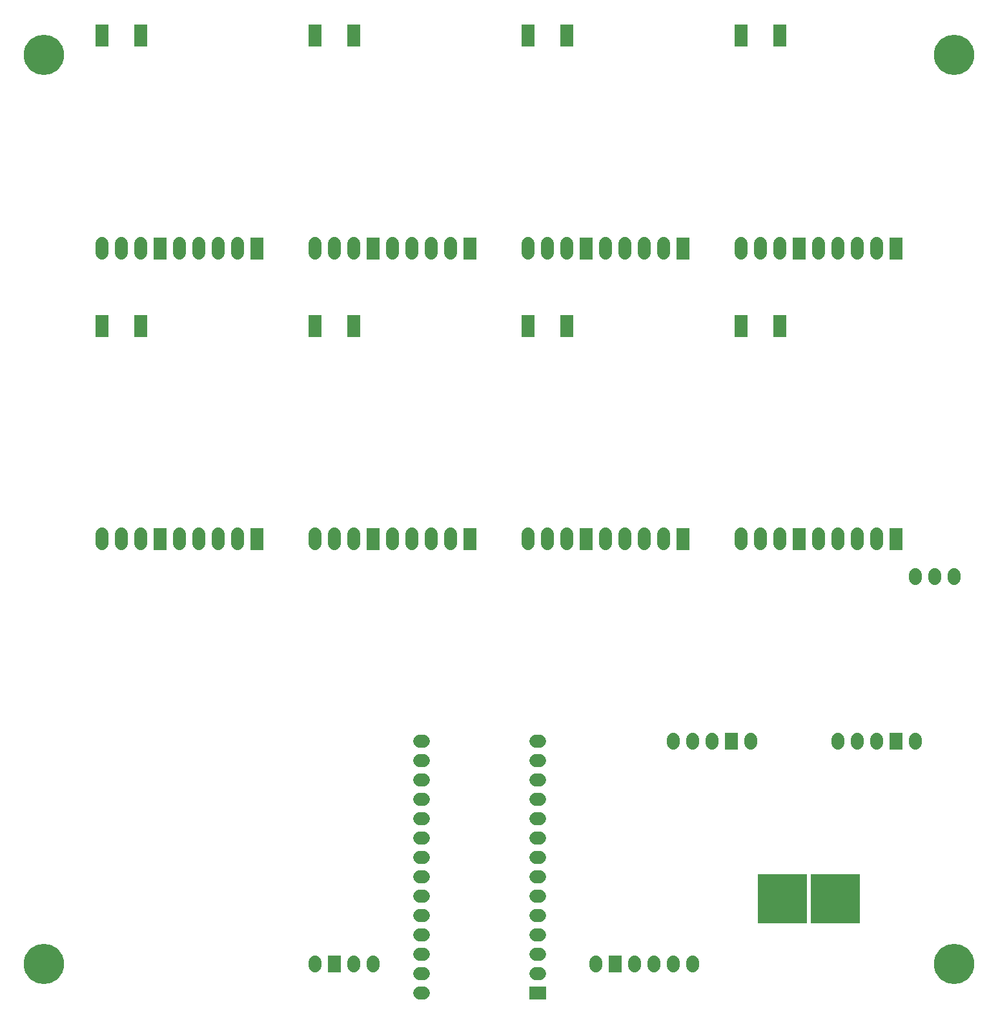
<source format=gts>
G04 ---------------------------- Layer name :TOP SOLDER LAYER*
G04 easyEDA 0.1*
G04 Scale: 100 percent, Rotated: No, Reflected: No *
G04 Dimensions in inches *
G04 leading zeros omitted , absolute positions ,2 integer and 4 * 
%FSLAX24Y24*%
%MOIN*%
G90*
G70D02*

%ADD11C,0.068000*%
%ADD15R,0.088000X0.068000*%
%ADD16R,0.068000X0.088000*%
%ADD17R,0.068000X0.118000*%
%ADD18R,0.258000X0.258000*%
%ADD19C,0.208000*%

%LPD*%
G54D11*
G01X47000Y72900D02*
G01X47000Y73100D01*
G01X48000Y72900D02*
G01X48000Y73100D01*
G01X49000Y72900D02*
G01X49000Y73100D01*
G01X27600Y52500D02*
G01X27400Y52500D01*
G01X27600Y53500D02*
G01X27400Y53500D01*
G01X27600Y54500D02*
G01X27400Y54500D01*
G01X27600Y55500D02*
G01X27400Y55500D01*
G01X27600Y56500D02*
G01X27400Y56500D01*
G01X27600Y57500D02*
G01X27400Y57500D01*
G01X27600Y58500D02*
G01X27400Y58500D01*
G01X27600Y59500D02*
G01X27400Y59500D01*
G01X27600Y60500D02*
G01X27400Y60500D01*
G01X27600Y61500D02*
G01X27400Y61500D01*
G01X27600Y62500D02*
G01X27400Y62500D01*
G01X27600Y63500D02*
G01X27400Y63500D01*
G01X27600Y64500D02*
G01X27400Y64500D01*
G01X21600Y64500D02*
G01X21400Y64500D01*
G01X21600Y63500D02*
G01X21400Y63500D01*
G01X21600Y62500D02*
G01X21400Y62500D01*
G01X21600Y61500D02*
G01X21400Y61500D01*
G01X21600Y60500D02*
G01X21400Y60500D01*
G01X21600Y59500D02*
G01X21400Y59500D01*
G01X21600Y58500D02*
G01X21400Y58500D01*
G01X21600Y57500D02*
G01X21400Y57500D01*
G01X21600Y56500D02*
G01X21400Y56500D01*
G01X21600Y55500D02*
G01X21400Y55500D01*
G01X21600Y54500D02*
G01X21400Y54500D01*
G01X21600Y53500D02*
G01X21400Y53500D01*
G01X21600Y52500D02*
G01X21400Y52500D01*
G01X21600Y51500D02*
G01X21400Y51500D01*
G01X32500Y53100D02*
G01X32500Y52900D01*
G01X30500Y53100D02*
G01X30500Y52900D01*
G01X33500Y53100D02*
G01X33500Y52900D01*
G01X34500Y53100D02*
G01X34500Y52900D01*
G01X35500Y53100D02*
G01X35500Y52900D01*
G01X18000Y53100D02*
G01X18000Y52900D01*
G01X16000Y53100D02*
G01X16000Y52900D01*
G01X19000Y53100D02*
G01X19000Y52900D01*
G01X45000Y90186D02*
G01X45000Y89686D01*
G01X44000Y90186D02*
G01X44000Y89686D01*
G01X43000Y90186D02*
G01X43000Y89686D01*
G01X42000Y90186D02*
G01X42000Y89686D01*
G01X40000Y90186D02*
G01X40000Y89686D01*
G01X39000Y90186D02*
G01X39000Y89686D01*
G01X38000Y90186D02*
G01X38000Y89686D01*
G01X12000Y75186D02*
G01X12000Y74686D01*
G01X11000Y75186D02*
G01X11000Y74686D01*
G01X10000Y75186D02*
G01X10000Y74686D01*
G01X9000Y75186D02*
G01X9000Y74686D01*
G01X7000Y75186D02*
G01X7000Y74686D01*
G01X6000Y75186D02*
G01X6000Y74686D01*
G01X5000Y75186D02*
G01X5000Y74686D01*
G01X23000Y75186D02*
G01X23000Y74686D01*
G01X22000Y75186D02*
G01X22000Y74686D01*
G01X21000Y75186D02*
G01X21000Y74686D01*
G01X20000Y75186D02*
G01X20000Y74686D01*
G01X18000Y75186D02*
G01X18000Y74686D01*
G01X17000Y75186D02*
G01X17000Y74686D01*
G01X16000Y75186D02*
G01X16000Y74686D01*
G01X34000Y75186D02*
G01X34000Y74686D01*
G01X33000Y75186D02*
G01X33000Y74686D01*
G01X32000Y75186D02*
G01X32000Y74686D01*
G01X31000Y75186D02*
G01X31000Y74686D01*
G01X29000Y75186D02*
G01X29000Y74686D01*
G01X28000Y75186D02*
G01X28000Y74686D01*
G01X27000Y75186D02*
G01X27000Y74686D01*
G01X43000Y64400D02*
G01X43000Y64600D01*
G01X44000Y64400D02*
G01X44000Y64600D01*
G01X45000Y64400D02*
G01X45000Y64600D01*
G01X47000Y64400D02*
G01X47000Y64600D01*
G01X34500Y64400D02*
G01X34500Y64600D01*
G01X35500Y64400D02*
G01X35500Y64600D01*
G01X36500Y64400D02*
G01X36500Y64600D01*
G01X38500Y64400D02*
G01X38500Y64600D01*
G01X45000Y75186D02*
G01X45000Y74686D01*
G01X44000Y75186D02*
G01X44000Y74686D01*
G01X43000Y75186D02*
G01X43000Y74686D01*
G01X42000Y75186D02*
G01X42000Y74686D01*
G01X40000Y75186D02*
G01X40000Y74686D01*
G01X39000Y75186D02*
G01X39000Y74686D01*
G01X38000Y75186D02*
G01X38000Y74686D01*
G01X12000Y90186D02*
G01X12000Y89686D01*
G01X11000Y90186D02*
G01X11000Y89686D01*
G01X10000Y90186D02*
G01X10000Y89686D01*
G01X9000Y90186D02*
G01X9000Y89686D01*
G01X7000Y90186D02*
G01X7000Y89686D01*
G01X6000Y90186D02*
G01X6000Y89686D01*
G01X5000Y90186D02*
G01X5000Y89686D01*
G01X23000Y90186D02*
G01X23000Y89686D01*
G01X22000Y90186D02*
G01X22000Y89686D01*
G01X21000Y90186D02*
G01X21000Y89686D01*
G01X20000Y90186D02*
G01X20000Y89686D01*
G01X18000Y90186D02*
G01X18000Y89686D01*
G01X17000Y90186D02*
G01X17000Y89686D01*
G01X16000Y90186D02*
G01X16000Y89686D01*
G01X34000Y90186D02*
G01X34000Y89686D01*
G01X33000Y90186D02*
G01X33000Y89686D01*
G01X32000Y90186D02*
G01X32000Y89686D01*
G01X31000Y90186D02*
G01X31000Y89686D01*
G01X29000Y90186D02*
G01X29000Y89686D01*
G01X28000Y90186D02*
G01X28000Y89686D01*
G01X27000Y90186D02*
G01X27000Y89686D01*
G54D15*
G01X27500Y51500D03*
G54D16*
G01X31500Y53000D03*
G01X17000Y53000D03*
G54D17*
G01X46000Y89936D03*
G01X41000Y89936D03*
G01X40000Y100936D03*
G01X38000Y100936D03*
G01X13000Y74936D03*
G01X8000Y74936D03*
G01X7000Y85936D03*
G01X5000Y85936D03*
G01X24000Y74936D03*
G01X19000Y74936D03*
G01X18000Y85936D03*
G01X16000Y85936D03*
G01X35000Y74936D03*
G01X30000Y74936D03*
G01X29000Y85936D03*
G01X27000Y85936D03*
G54D18*
G01X40125Y56375D03*
G01X42875Y56375D03*
G54D16*
G01X46000Y64500D03*
G01X37500Y64500D03*
G54D17*
G01X46000Y74936D03*
G01X41000Y74936D03*
G01X40000Y85936D03*
G01X38000Y85936D03*
G01X13000Y89936D03*
G01X8000Y89936D03*
G01X7000Y100936D03*
G01X5000Y100936D03*
G01X24000Y89936D03*
G01X19000Y89936D03*
G01X18000Y100936D03*
G01X16000Y100936D03*
G01X35000Y89936D03*
G01X30000Y89936D03*
G01X29000Y100936D03*
G01X27000Y100936D03*
G54D19*
G01X49000Y99936D03*
G01X2000Y99936D03*
G01X49000Y53000D03*
G01X2000Y53000D03*

M00*
M02*
</source>
